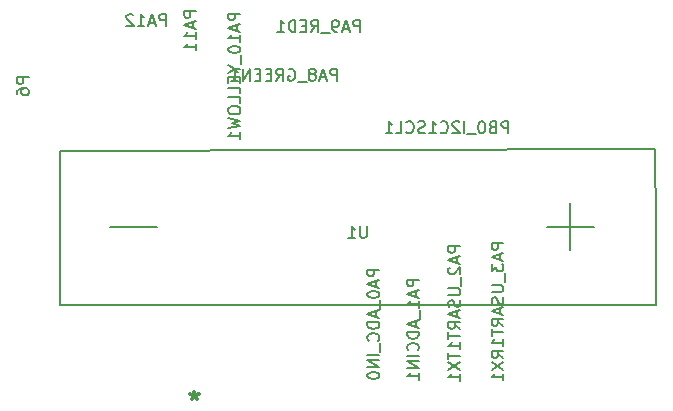
<source format=gbo>
G04 #@! TF.FileFunction,Legend,Bot*
%FSLAX46Y46*%
G04 Gerber Fmt 4.6, Leading zero omitted, Abs format (unit mm)*
G04 Created by KiCad (PCBNEW (2015-04-17 BZR 5609)-product) date Sunday, 21 June 2015 08:11:59 pm*
%MOMM*%
G01*
G04 APERTURE LIST*
%ADD10C,0.100000*%
%ADD11C,0.300000*%
%ADD12C,0.150000*%
G04 APERTURE END LIST*
D10*
D11*
X144970499Y-118368071D02*
X144970499Y-118725214D01*
X145327642Y-118582357D02*
X144970499Y-118725214D01*
X144613357Y-118582357D01*
X145184785Y-119010929D02*
X144970499Y-118725214D01*
X144756214Y-119010929D01*
D12*
X137800800Y-104394000D02*
X141800800Y-104394000D01*
X141800800Y-104394000D02*
X137800800Y-104394000D01*
X178800800Y-104394000D02*
X174800800Y-104394000D01*
X174800800Y-104394000D02*
X178800800Y-104394000D01*
X176800800Y-102394000D02*
X176800800Y-106394000D01*
X176800800Y-106394000D02*
X176800800Y-102394000D01*
X176800800Y-102394000D02*
X176800800Y-106394000D01*
X184050800Y-104394000D02*
X183990800Y-97804000D01*
X183990800Y-97804000D02*
X133550800Y-98004000D01*
X133550800Y-98004000D02*
X133550800Y-110984000D01*
X133550800Y-110984000D02*
X184050800Y-110984000D01*
X184050800Y-110984000D02*
X184050800Y-104394000D01*
X130944881Y-91717905D02*
X129944881Y-91717905D01*
X129944881Y-92098858D01*
X129992500Y-92194096D01*
X130040119Y-92241715D01*
X130135357Y-92289334D01*
X130278214Y-92289334D01*
X130373452Y-92241715D01*
X130421071Y-92194096D01*
X130468690Y-92098858D01*
X130468690Y-91717905D01*
X129944881Y-93146477D02*
X129944881Y-92956000D01*
X129992500Y-92860762D01*
X130040119Y-92813143D01*
X130182976Y-92717905D01*
X130373452Y-92670286D01*
X130754405Y-92670286D01*
X130849643Y-92717905D01*
X130897262Y-92765524D01*
X130944881Y-92860762D01*
X130944881Y-93051239D01*
X130897262Y-93146477D01*
X130849643Y-93194096D01*
X130754405Y-93241715D01*
X130516310Y-93241715D01*
X130421071Y-93194096D01*
X130373452Y-93146477D01*
X130325833Y-93051239D01*
X130325833Y-92860762D01*
X130373452Y-92765524D01*
X130421071Y-92717905D01*
X130516310Y-92670286D01*
X160624781Y-108028362D02*
X159624781Y-108028362D01*
X159624781Y-108409315D01*
X159672400Y-108504553D01*
X159720019Y-108552172D01*
X159815257Y-108599791D01*
X159958114Y-108599791D01*
X160053352Y-108552172D01*
X160100971Y-108504553D01*
X160148590Y-108409315D01*
X160148590Y-108028362D01*
X160339067Y-108980743D02*
X160339067Y-109456934D01*
X160624781Y-108885505D02*
X159624781Y-109218838D01*
X160624781Y-109552172D01*
X159624781Y-110075981D02*
X159624781Y-110171220D01*
X159672400Y-110266458D01*
X159720019Y-110314077D01*
X159815257Y-110361696D01*
X160005733Y-110409315D01*
X160243829Y-110409315D01*
X160434305Y-110361696D01*
X160529543Y-110314077D01*
X160577162Y-110266458D01*
X160624781Y-110171220D01*
X160624781Y-110075981D01*
X160577162Y-109980743D01*
X160529543Y-109933124D01*
X160434305Y-109885505D01*
X160243829Y-109837886D01*
X160005733Y-109837886D01*
X159815257Y-109885505D01*
X159720019Y-109933124D01*
X159672400Y-109980743D01*
X159624781Y-110075981D01*
X160720019Y-110599791D02*
X160720019Y-111361696D01*
X160339067Y-111552172D02*
X160339067Y-112028363D01*
X160624781Y-111456934D02*
X159624781Y-111790267D01*
X160624781Y-112123601D01*
X160624781Y-112456934D02*
X159624781Y-112456934D01*
X159624781Y-112695029D01*
X159672400Y-112837887D01*
X159767638Y-112933125D01*
X159862876Y-112980744D01*
X160053352Y-113028363D01*
X160196210Y-113028363D01*
X160386686Y-112980744D01*
X160481924Y-112933125D01*
X160577162Y-112837887D01*
X160624781Y-112695029D01*
X160624781Y-112456934D01*
X160529543Y-114028363D02*
X160577162Y-113980744D01*
X160624781Y-113837887D01*
X160624781Y-113742649D01*
X160577162Y-113599791D01*
X160481924Y-113504553D01*
X160386686Y-113456934D01*
X160196210Y-113409315D01*
X160053352Y-113409315D01*
X159862876Y-113456934D01*
X159767638Y-113504553D01*
X159672400Y-113599791D01*
X159624781Y-113742649D01*
X159624781Y-113837887D01*
X159672400Y-113980744D01*
X159720019Y-114028363D01*
X160720019Y-114218839D02*
X160720019Y-114980744D01*
X160624781Y-115218839D02*
X159624781Y-115218839D01*
X160624781Y-115695029D02*
X159624781Y-115695029D01*
X160624781Y-116266458D01*
X159624781Y-116266458D01*
X159624781Y-116933124D02*
X159624781Y-117028363D01*
X159672400Y-117123601D01*
X159720019Y-117171220D01*
X159815257Y-117218839D01*
X160005733Y-117266458D01*
X160243829Y-117266458D01*
X160434305Y-117218839D01*
X160529543Y-117171220D01*
X160577162Y-117123601D01*
X160624781Y-117028363D01*
X160624781Y-116933124D01*
X160577162Y-116837886D01*
X160529543Y-116790267D01*
X160434305Y-116742648D01*
X160243829Y-116695029D01*
X160005733Y-116695029D01*
X159815257Y-116742648D01*
X159720019Y-116790267D01*
X159672400Y-116837886D01*
X159624781Y-116933124D01*
X163977581Y-108866514D02*
X162977581Y-108866514D01*
X162977581Y-109247467D01*
X163025200Y-109342705D01*
X163072819Y-109390324D01*
X163168057Y-109437943D01*
X163310914Y-109437943D01*
X163406152Y-109390324D01*
X163453771Y-109342705D01*
X163501390Y-109247467D01*
X163501390Y-108866514D01*
X163691867Y-109818895D02*
X163691867Y-110295086D01*
X163977581Y-109723657D02*
X162977581Y-110056990D01*
X163977581Y-110390324D01*
X163977581Y-111247467D02*
X163977581Y-110676038D01*
X163977581Y-110961752D02*
X162977581Y-110961752D01*
X163120438Y-110866514D01*
X163215676Y-110771276D01*
X163263295Y-110676038D01*
X164072819Y-111437943D02*
X164072819Y-112199848D01*
X163691867Y-112390324D02*
X163691867Y-112866515D01*
X163977581Y-112295086D02*
X162977581Y-112628419D01*
X163977581Y-112961753D01*
X163977581Y-113295086D02*
X162977581Y-113295086D01*
X162977581Y-113533181D01*
X163025200Y-113676039D01*
X163120438Y-113771277D01*
X163215676Y-113818896D01*
X163406152Y-113866515D01*
X163549010Y-113866515D01*
X163739486Y-113818896D01*
X163834724Y-113771277D01*
X163929962Y-113676039D01*
X163977581Y-113533181D01*
X163977581Y-113295086D01*
X163882343Y-114866515D02*
X163929962Y-114818896D01*
X163977581Y-114676039D01*
X163977581Y-114580801D01*
X163929962Y-114437943D01*
X163834724Y-114342705D01*
X163739486Y-114295086D01*
X163549010Y-114247467D01*
X163406152Y-114247467D01*
X163215676Y-114295086D01*
X163120438Y-114342705D01*
X163025200Y-114437943D01*
X162977581Y-114580801D01*
X162977581Y-114676039D01*
X163025200Y-114818896D01*
X163072819Y-114866515D01*
X163977581Y-115295086D02*
X162977581Y-115295086D01*
X163977581Y-115771276D02*
X162977581Y-115771276D01*
X163977581Y-116342705D01*
X162977581Y-116342705D01*
X163977581Y-117342705D02*
X163977581Y-116771276D01*
X163977581Y-117056990D02*
X162977581Y-117056990D01*
X163120438Y-116961752D01*
X163215676Y-116866514D01*
X163263295Y-116771276D01*
X167482781Y-106042533D02*
X166482781Y-106042533D01*
X166482781Y-106423486D01*
X166530400Y-106518724D01*
X166578019Y-106566343D01*
X166673257Y-106613962D01*
X166816114Y-106613962D01*
X166911352Y-106566343D01*
X166958971Y-106518724D01*
X167006590Y-106423486D01*
X167006590Y-106042533D01*
X167197067Y-106994914D02*
X167197067Y-107471105D01*
X167482781Y-106899676D02*
X166482781Y-107233009D01*
X167482781Y-107566343D01*
X166578019Y-107852057D02*
X166530400Y-107899676D01*
X166482781Y-107994914D01*
X166482781Y-108233010D01*
X166530400Y-108328248D01*
X166578019Y-108375867D01*
X166673257Y-108423486D01*
X166768495Y-108423486D01*
X166911352Y-108375867D01*
X167482781Y-107804438D01*
X167482781Y-108423486D01*
X167578019Y-108613962D02*
X167578019Y-109375867D01*
X166482781Y-109613962D02*
X167292305Y-109613962D01*
X167387543Y-109661581D01*
X167435162Y-109709200D01*
X167482781Y-109804438D01*
X167482781Y-109994915D01*
X167435162Y-110090153D01*
X167387543Y-110137772D01*
X167292305Y-110185391D01*
X166482781Y-110185391D01*
X167435162Y-110613962D02*
X167482781Y-110756819D01*
X167482781Y-110994915D01*
X167435162Y-111090153D01*
X167387543Y-111137772D01*
X167292305Y-111185391D01*
X167197067Y-111185391D01*
X167101829Y-111137772D01*
X167054210Y-111090153D01*
X167006590Y-110994915D01*
X166958971Y-110804438D01*
X166911352Y-110709200D01*
X166863733Y-110661581D01*
X166768495Y-110613962D01*
X166673257Y-110613962D01*
X166578019Y-110661581D01*
X166530400Y-110709200D01*
X166482781Y-110804438D01*
X166482781Y-111042534D01*
X166530400Y-111185391D01*
X167197067Y-111566343D02*
X167197067Y-112042534D01*
X167482781Y-111471105D02*
X166482781Y-111804438D01*
X167482781Y-112137772D01*
X167482781Y-113042534D02*
X167006590Y-112709200D01*
X167482781Y-112471105D02*
X166482781Y-112471105D01*
X166482781Y-112852058D01*
X166530400Y-112947296D01*
X166578019Y-112994915D01*
X166673257Y-113042534D01*
X166816114Y-113042534D01*
X166911352Y-112994915D01*
X166958971Y-112947296D01*
X167006590Y-112852058D01*
X167006590Y-112471105D01*
X166482781Y-113328248D02*
X166482781Y-113899677D01*
X167482781Y-113613962D02*
X166482781Y-113613962D01*
X167482781Y-114756820D02*
X167482781Y-114185391D01*
X167482781Y-114471105D02*
X166482781Y-114471105D01*
X166625638Y-114375867D01*
X166720876Y-114280629D01*
X166768495Y-114185391D01*
X166482781Y-115042534D02*
X166482781Y-115613963D01*
X167482781Y-115328248D02*
X166482781Y-115328248D01*
X166482781Y-115852058D02*
X167482781Y-116518725D01*
X166482781Y-116518725D02*
X167482781Y-115852058D01*
X167482781Y-117423487D02*
X167482781Y-116852058D01*
X167482781Y-117137772D02*
X166482781Y-117137772D01*
X166625638Y-117042534D01*
X166720876Y-116947296D01*
X166768495Y-116852058D01*
X171140381Y-105771085D02*
X170140381Y-105771085D01*
X170140381Y-106152038D01*
X170188000Y-106247276D01*
X170235619Y-106294895D01*
X170330857Y-106342514D01*
X170473714Y-106342514D01*
X170568952Y-106294895D01*
X170616571Y-106247276D01*
X170664190Y-106152038D01*
X170664190Y-105771085D01*
X170854667Y-106723466D02*
X170854667Y-107199657D01*
X171140381Y-106628228D02*
X170140381Y-106961561D01*
X171140381Y-107294895D01*
X170140381Y-107532990D02*
X170140381Y-108152038D01*
X170521333Y-107818704D01*
X170521333Y-107961562D01*
X170568952Y-108056800D01*
X170616571Y-108104419D01*
X170711810Y-108152038D01*
X170949905Y-108152038D01*
X171045143Y-108104419D01*
X171092762Y-108056800D01*
X171140381Y-107961562D01*
X171140381Y-107675847D01*
X171092762Y-107580609D01*
X171045143Y-107532990D01*
X171235619Y-108342514D02*
X171235619Y-109104419D01*
X170140381Y-109342514D02*
X170949905Y-109342514D01*
X171045143Y-109390133D01*
X171092762Y-109437752D01*
X171140381Y-109532990D01*
X171140381Y-109723467D01*
X171092762Y-109818705D01*
X171045143Y-109866324D01*
X170949905Y-109913943D01*
X170140381Y-109913943D01*
X171092762Y-110342514D02*
X171140381Y-110485371D01*
X171140381Y-110723467D01*
X171092762Y-110818705D01*
X171045143Y-110866324D01*
X170949905Y-110913943D01*
X170854667Y-110913943D01*
X170759429Y-110866324D01*
X170711810Y-110818705D01*
X170664190Y-110723467D01*
X170616571Y-110532990D01*
X170568952Y-110437752D01*
X170521333Y-110390133D01*
X170426095Y-110342514D01*
X170330857Y-110342514D01*
X170235619Y-110390133D01*
X170188000Y-110437752D01*
X170140381Y-110532990D01*
X170140381Y-110771086D01*
X170188000Y-110913943D01*
X170854667Y-111294895D02*
X170854667Y-111771086D01*
X171140381Y-111199657D02*
X170140381Y-111532990D01*
X171140381Y-111866324D01*
X171140381Y-112771086D02*
X170664190Y-112437752D01*
X171140381Y-112199657D02*
X170140381Y-112199657D01*
X170140381Y-112580610D01*
X170188000Y-112675848D01*
X170235619Y-112723467D01*
X170330857Y-112771086D01*
X170473714Y-112771086D01*
X170568952Y-112723467D01*
X170616571Y-112675848D01*
X170664190Y-112580610D01*
X170664190Y-112199657D01*
X170140381Y-113056800D02*
X170140381Y-113628229D01*
X171140381Y-113342514D02*
X170140381Y-113342514D01*
X171140381Y-114485372D02*
X171140381Y-113913943D01*
X171140381Y-114199657D02*
X170140381Y-114199657D01*
X170283238Y-114104419D01*
X170378476Y-114009181D01*
X170426095Y-113913943D01*
X171140381Y-115485372D02*
X170664190Y-115152038D01*
X171140381Y-114913943D02*
X170140381Y-114913943D01*
X170140381Y-115294896D01*
X170188000Y-115390134D01*
X170235619Y-115437753D01*
X170330857Y-115485372D01*
X170473714Y-115485372D01*
X170568952Y-115437753D01*
X170616571Y-115390134D01*
X170664190Y-115294896D01*
X170664190Y-114913943D01*
X170140381Y-115818705D02*
X171140381Y-116485372D01*
X170140381Y-116485372D02*
X171140381Y-115818705D01*
X171140381Y-117390134D02*
X171140381Y-116818705D01*
X171140381Y-117104419D02*
X170140381Y-117104419D01*
X170283238Y-117009181D01*
X170378476Y-116913943D01*
X170426095Y-116818705D01*
X157042881Y-92019381D02*
X157042881Y-91019381D01*
X156661928Y-91019381D01*
X156566690Y-91067000D01*
X156519071Y-91114619D01*
X156471452Y-91209857D01*
X156471452Y-91352714D01*
X156519071Y-91447952D01*
X156566690Y-91495571D01*
X156661928Y-91543190D01*
X157042881Y-91543190D01*
X156090500Y-91733667D02*
X155614309Y-91733667D01*
X156185738Y-92019381D02*
X155852405Y-91019381D01*
X155519071Y-92019381D01*
X155042881Y-91447952D02*
X155138119Y-91400333D01*
X155185738Y-91352714D01*
X155233357Y-91257476D01*
X155233357Y-91209857D01*
X155185738Y-91114619D01*
X155138119Y-91067000D01*
X155042881Y-91019381D01*
X154852404Y-91019381D01*
X154757166Y-91067000D01*
X154709547Y-91114619D01*
X154661928Y-91209857D01*
X154661928Y-91257476D01*
X154709547Y-91352714D01*
X154757166Y-91400333D01*
X154852404Y-91447952D01*
X155042881Y-91447952D01*
X155138119Y-91495571D01*
X155185738Y-91543190D01*
X155233357Y-91638429D01*
X155233357Y-91828905D01*
X155185738Y-91924143D01*
X155138119Y-91971762D01*
X155042881Y-92019381D01*
X154852404Y-92019381D01*
X154757166Y-91971762D01*
X154709547Y-91924143D01*
X154661928Y-91828905D01*
X154661928Y-91638429D01*
X154709547Y-91543190D01*
X154757166Y-91495571D01*
X154852404Y-91447952D01*
X154471452Y-92114619D02*
X153709547Y-92114619D01*
X152947642Y-91067000D02*
X153042880Y-91019381D01*
X153185737Y-91019381D01*
X153328595Y-91067000D01*
X153423833Y-91162238D01*
X153471452Y-91257476D01*
X153519071Y-91447952D01*
X153519071Y-91590810D01*
X153471452Y-91781286D01*
X153423833Y-91876524D01*
X153328595Y-91971762D01*
X153185737Y-92019381D01*
X153090499Y-92019381D01*
X152947642Y-91971762D01*
X152900023Y-91924143D01*
X152900023Y-91590810D01*
X153090499Y-91590810D01*
X151900023Y-92019381D02*
X152233357Y-91543190D01*
X152471452Y-92019381D02*
X152471452Y-91019381D01*
X152090499Y-91019381D01*
X151995261Y-91067000D01*
X151947642Y-91114619D01*
X151900023Y-91209857D01*
X151900023Y-91352714D01*
X151947642Y-91447952D01*
X151995261Y-91495571D01*
X152090499Y-91543190D01*
X152471452Y-91543190D01*
X151471452Y-91495571D02*
X151138118Y-91495571D01*
X150995261Y-92019381D02*
X151471452Y-92019381D01*
X151471452Y-91019381D01*
X150995261Y-91019381D01*
X150566690Y-91495571D02*
X150233356Y-91495571D01*
X150090499Y-92019381D02*
X150566690Y-92019381D01*
X150566690Y-91019381D01*
X150090499Y-91019381D01*
X149661928Y-92019381D02*
X149661928Y-91019381D01*
X149090499Y-92019381D01*
X149090499Y-91019381D01*
X148090499Y-92019381D02*
X148661928Y-92019381D01*
X148376214Y-92019381D02*
X148376214Y-91019381D01*
X148471452Y-91162238D01*
X148566690Y-91257476D01*
X148661928Y-91305095D01*
X158987691Y-87891881D02*
X158987691Y-86891881D01*
X158606738Y-86891881D01*
X158511500Y-86939500D01*
X158463881Y-86987119D01*
X158416262Y-87082357D01*
X158416262Y-87225214D01*
X158463881Y-87320452D01*
X158511500Y-87368071D01*
X158606738Y-87415690D01*
X158987691Y-87415690D01*
X158035310Y-87606167D02*
X157559119Y-87606167D01*
X158130548Y-87891881D02*
X157797215Y-86891881D01*
X157463881Y-87891881D01*
X157082929Y-87891881D02*
X156892453Y-87891881D01*
X156797214Y-87844262D01*
X156749595Y-87796643D01*
X156654357Y-87653786D01*
X156606738Y-87463310D01*
X156606738Y-87082357D01*
X156654357Y-86987119D01*
X156701976Y-86939500D01*
X156797214Y-86891881D01*
X156987691Y-86891881D01*
X157082929Y-86939500D01*
X157130548Y-86987119D01*
X157178167Y-87082357D01*
X157178167Y-87320452D01*
X157130548Y-87415690D01*
X157082929Y-87463310D01*
X156987691Y-87510929D01*
X156797214Y-87510929D01*
X156701976Y-87463310D01*
X156654357Y-87415690D01*
X156606738Y-87320452D01*
X156416262Y-87987119D02*
X155654357Y-87987119D01*
X154844833Y-87891881D02*
X155178167Y-87415690D01*
X155416262Y-87891881D02*
X155416262Y-86891881D01*
X155035309Y-86891881D01*
X154940071Y-86939500D01*
X154892452Y-86987119D01*
X154844833Y-87082357D01*
X154844833Y-87225214D01*
X154892452Y-87320452D01*
X154940071Y-87368071D01*
X155035309Y-87415690D01*
X155416262Y-87415690D01*
X154416262Y-87368071D02*
X154082928Y-87368071D01*
X153940071Y-87891881D02*
X154416262Y-87891881D01*
X154416262Y-86891881D01*
X153940071Y-86891881D01*
X153511500Y-87891881D02*
X153511500Y-86891881D01*
X153273405Y-86891881D01*
X153130547Y-86939500D01*
X153035309Y-87034738D01*
X152987690Y-87129976D01*
X152940071Y-87320452D01*
X152940071Y-87463310D01*
X152987690Y-87653786D01*
X153035309Y-87749024D01*
X153130547Y-87844262D01*
X153273405Y-87891881D01*
X153511500Y-87891881D01*
X151987690Y-87891881D02*
X152559119Y-87891881D01*
X152273405Y-87891881D02*
X152273405Y-86891881D01*
X152368643Y-87034738D01*
X152463881Y-87129976D01*
X152559119Y-87177595D01*
X148851881Y-86344785D02*
X147851881Y-86344785D01*
X147851881Y-86725738D01*
X147899500Y-86820976D01*
X147947119Y-86868595D01*
X148042357Y-86916214D01*
X148185214Y-86916214D01*
X148280452Y-86868595D01*
X148328071Y-86820976D01*
X148375690Y-86725738D01*
X148375690Y-86344785D01*
X148566167Y-87297166D02*
X148566167Y-87773357D01*
X148851881Y-87201928D02*
X147851881Y-87535261D01*
X148851881Y-87868595D01*
X148851881Y-88725738D02*
X148851881Y-88154309D01*
X148851881Y-88440023D02*
X147851881Y-88440023D01*
X147994738Y-88344785D01*
X148089976Y-88249547D01*
X148137595Y-88154309D01*
X147851881Y-89344785D02*
X147851881Y-89440024D01*
X147899500Y-89535262D01*
X147947119Y-89582881D01*
X148042357Y-89630500D01*
X148232833Y-89678119D01*
X148470929Y-89678119D01*
X148661405Y-89630500D01*
X148756643Y-89582881D01*
X148804262Y-89535262D01*
X148851881Y-89440024D01*
X148851881Y-89344785D01*
X148804262Y-89249547D01*
X148756643Y-89201928D01*
X148661405Y-89154309D01*
X148470929Y-89106690D01*
X148232833Y-89106690D01*
X148042357Y-89154309D01*
X147947119Y-89201928D01*
X147899500Y-89249547D01*
X147851881Y-89344785D01*
X148947119Y-89868595D02*
X148947119Y-90630500D01*
X148375690Y-91059071D02*
X148851881Y-91059071D01*
X147851881Y-90725738D02*
X148375690Y-91059071D01*
X147851881Y-91392405D01*
X148328071Y-91725738D02*
X148328071Y-92059072D01*
X148851881Y-92201929D02*
X148851881Y-91725738D01*
X147851881Y-91725738D01*
X147851881Y-92201929D01*
X148851881Y-93106691D02*
X148851881Y-92630500D01*
X147851881Y-92630500D01*
X148851881Y-93916215D02*
X148851881Y-93440024D01*
X147851881Y-93440024D01*
X147851881Y-94440024D02*
X147851881Y-94630501D01*
X147899500Y-94725739D01*
X147994738Y-94820977D01*
X148185214Y-94868596D01*
X148518548Y-94868596D01*
X148709024Y-94820977D01*
X148804262Y-94725739D01*
X148851881Y-94630501D01*
X148851881Y-94440024D01*
X148804262Y-94344786D01*
X148709024Y-94249548D01*
X148518548Y-94201929D01*
X148185214Y-94201929D01*
X147994738Y-94249548D01*
X147899500Y-94344786D01*
X147851881Y-94440024D01*
X147851881Y-95201929D02*
X148851881Y-95440024D01*
X148137595Y-95630501D01*
X148851881Y-95820977D01*
X147851881Y-96059072D01*
X148851881Y-96963834D02*
X148851881Y-96392405D01*
X148851881Y-96678119D02*
X147851881Y-96678119D01*
X147994738Y-96582881D01*
X148089976Y-96487643D01*
X148137595Y-96392405D01*
X145105381Y-86114143D02*
X144105381Y-86114143D01*
X144105381Y-86495096D01*
X144153000Y-86590334D01*
X144200619Y-86637953D01*
X144295857Y-86685572D01*
X144438714Y-86685572D01*
X144533952Y-86637953D01*
X144581571Y-86590334D01*
X144629190Y-86495096D01*
X144629190Y-86114143D01*
X144819667Y-87066524D02*
X144819667Y-87542715D01*
X145105381Y-86971286D02*
X144105381Y-87304619D01*
X145105381Y-87637953D01*
X145105381Y-88495096D02*
X145105381Y-87923667D01*
X145105381Y-88209381D02*
X144105381Y-88209381D01*
X144248238Y-88114143D01*
X144343476Y-88018905D01*
X144391095Y-87923667D01*
X145105381Y-89447477D02*
X145105381Y-88876048D01*
X145105381Y-89161762D02*
X144105381Y-89161762D01*
X144248238Y-89066524D01*
X144343476Y-88971286D01*
X144391095Y-88876048D01*
X142549357Y-87383881D02*
X142549357Y-86383881D01*
X142168404Y-86383881D01*
X142073166Y-86431500D01*
X142025547Y-86479119D01*
X141977928Y-86574357D01*
X141977928Y-86717214D01*
X142025547Y-86812452D01*
X142073166Y-86860071D01*
X142168404Y-86907690D01*
X142549357Y-86907690D01*
X141596976Y-87098167D02*
X141120785Y-87098167D01*
X141692214Y-87383881D02*
X141358881Y-86383881D01*
X141025547Y-87383881D01*
X140168404Y-87383881D02*
X140739833Y-87383881D01*
X140454119Y-87383881D02*
X140454119Y-86383881D01*
X140549357Y-86526738D01*
X140644595Y-86621976D01*
X140739833Y-86669595D01*
X139787452Y-86479119D02*
X139739833Y-86431500D01*
X139644595Y-86383881D01*
X139406499Y-86383881D01*
X139311261Y-86431500D01*
X139263642Y-86479119D01*
X139216023Y-86574357D01*
X139216023Y-86669595D01*
X139263642Y-86812452D01*
X139835071Y-87383881D01*
X139216023Y-87383881D01*
X171536667Y-96464381D02*
X171536667Y-95464381D01*
X171155714Y-95464381D01*
X171060476Y-95512000D01*
X171012857Y-95559619D01*
X170965238Y-95654857D01*
X170965238Y-95797714D01*
X171012857Y-95892952D01*
X171060476Y-95940571D01*
X171155714Y-95988190D01*
X171536667Y-95988190D01*
X170203333Y-95940571D02*
X170060476Y-95988190D01*
X170012857Y-96035810D01*
X169965238Y-96131048D01*
X169965238Y-96273905D01*
X170012857Y-96369143D01*
X170060476Y-96416762D01*
X170155714Y-96464381D01*
X170536667Y-96464381D01*
X170536667Y-95464381D01*
X170203333Y-95464381D01*
X170108095Y-95512000D01*
X170060476Y-95559619D01*
X170012857Y-95654857D01*
X170012857Y-95750095D01*
X170060476Y-95845333D01*
X170108095Y-95892952D01*
X170203333Y-95940571D01*
X170536667Y-95940571D01*
X169346191Y-95464381D02*
X169250952Y-95464381D01*
X169155714Y-95512000D01*
X169108095Y-95559619D01*
X169060476Y-95654857D01*
X169012857Y-95845333D01*
X169012857Y-96083429D01*
X169060476Y-96273905D01*
X169108095Y-96369143D01*
X169155714Y-96416762D01*
X169250952Y-96464381D01*
X169346191Y-96464381D01*
X169441429Y-96416762D01*
X169489048Y-96369143D01*
X169536667Y-96273905D01*
X169584286Y-96083429D01*
X169584286Y-95845333D01*
X169536667Y-95654857D01*
X169489048Y-95559619D01*
X169441429Y-95512000D01*
X169346191Y-95464381D01*
X168822381Y-96559619D02*
X168060476Y-96559619D01*
X167822381Y-96464381D02*
X167822381Y-95464381D01*
X167393810Y-95559619D02*
X167346191Y-95512000D01*
X167250953Y-95464381D01*
X167012857Y-95464381D01*
X166917619Y-95512000D01*
X166870000Y-95559619D01*
X166822381Y-95654857D01*
X166822381Y-95750095D01*
X166870000Y-95892952D01*
X167441429Y-96464381D01*
X166822381Y-96464381D01*
X165822381Y-96369143D02*
X165870000Y-96416762D01*
X166012857Y-96464381D01*
X166108095Y-96464381D01*
X166250953Y-96416762D01*
X166346191Y-96321524D01*
X166393810Y-96226286D01*
X166441429Y-96035810D01*
X166441429Y-95892952D01*
X166393810Y-95702476D01*
X166346191Y-95607238D01*
X166250953Y-95512000D01*
X166108095Y-95464381D01*
X166012857Y-95464381D01*
X165870000Y-95512000D01*
X165822381Y-95559619D01*
X164870000Y-96464381D02*
X165441429Y-96464381D01*
X165155715Y-96464381D02*
X165155715Y-95464381D01*
X165250953Y-95607238D01*
X165346191Y-95702476D01*
X165441429Y-95750095D01*
X164489048Y-96416762D02*
X164346191Y-96464381D01*
X164108095Y-96464381D01*
X164012857Y-96416762D01*
X163965238Y-96369143D01*
X163917619Y-96273905D01*
X163917619Y-96178667D01*
X163965238Y-96083429D01*
X164012857Y-96035810D01*
X164108095Y-95988190D01*
X164298572Y-95940571D01*
X164393810Y-95892952D01*
X164441429Y-95845333D01*
X164489048Y-95750095D01*
X164489048Y-95654857D01*
X164441429Y-95559619D01*
X164393810Y-95512000D01*
X164298572Y-95464381D01*
X164060476Y-95464381D01*
X163917619Y-95512000D01*
X162917619Y-96369143D02*
X162965238Y-96416762D01*
X163108095Y-96464381D01*
X163203333Y-96464381D01*
X163346191Y-96416762D01*
X163441429Y-96321524D01*
X163489048Y-96226286D01*
X163536667Y-96035810D01*
X163536667Y-95892952D01*
X163489048Y-95702476D01*
X163441429Y-95607238D01*
X163346191Y-95512000D01*
X163203333Y-95464381D01*
X163108095Y-95464381D01*
X162965238Y-95512000D01*
X162917619Y-95559619D01*
X162012857Y-96464381D02*
X162489048Y-96464381D01*
X162489048Y-95464381D01*
X161155714Y-96464381D02*
X161727143Y-96464381D01*
X161441429Y-96464381D02*
X161441429Y-95464381D01*
X161536667Y-95607238D01*
X161631905Y-95702476D01*
X161727143Y-95750095D01*
X159562705Y-104346381D02*
X159562705Y-105155905D01*
X159515086Y-105251143D01*
X159467467Y-105298762D01*
X159372229Y-105346381D01*
X159181752Y-105346381D01*
X159086514Y-105298762D01*
X159038895Y-105251143D01*
X158991276Y-105155905D01*
X158991276Y-104346381D01*
X157991276Y-105346381D02*
X158562705Y-105346381D01*
X158276991Y-105346381D02*
X158276991Y-104346381D01*
X158372229Y-104489238D01*
X158467467Y-104584476D01*
X158562705Y-104632095D01*
M02*

</source>
